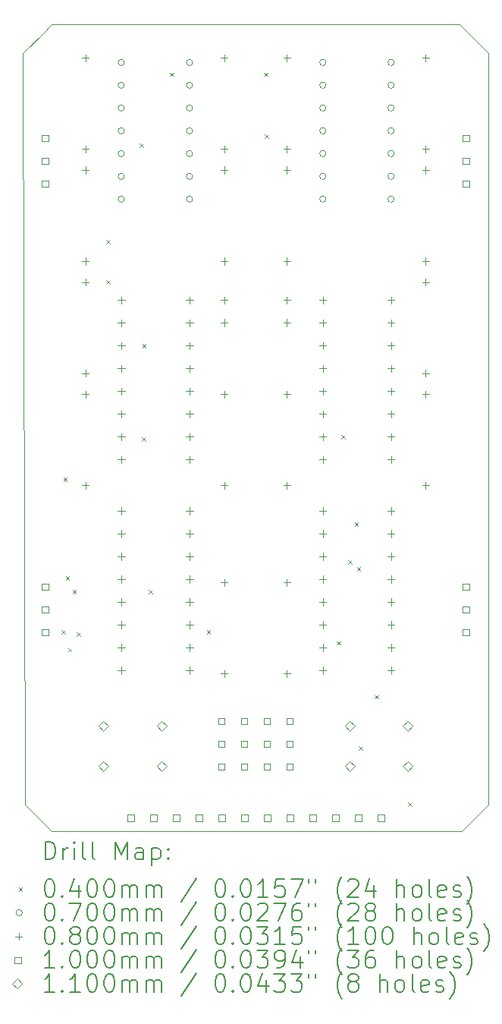
<source format=gbr>
%FSLAX45Y45*%
G04 Gerber Fmt 4.5, Leading zero omitted, Abs format (unit mm)*
G04 Created by KiCad (PCBNEW 6.0.1-79c1e3a40b~116~ubuntu21.04.1) date 2022-02-15 17:04:38*
%MOMM*%
%LPD*%
G01*
G04 APERTURE LIST*
%TA.AperFunction,Profile*%
%ADD10C,0.100000*%
%TD*%
%ADD11C,0.200000*%
%ADD12C,0.040000*%
%ADD13C,0.070000*%
%ADD14C,0.080000*%
%ADD15C,0.100000*%
%ADD16C,0.110000*%
G04 APERTURE END LIST*
D10*
X11900000Y-13425000D02*
X7325000Y-13425000D01*
X11875000Y-4425000D02*
X12200000Y-4750000D01*
X7250000Y-4500000D02*
X7300000Y-4450000D01*
X7325000Y-13425000D02*
X7050000Y-13150000D01*
X7325000Y-4425000D02*
X9600000Y-4425000D01*
X7025000Y-13125000D02*
X7000000Y-4750000D01*
X12200000Y-13125000D02*
X11900000Y-13425000D01*
X7300000Y-4450000D02*
X7325000Y-4425000D01*
X12200000Y-4750000D02*
X12200000Y-13125000D01*
X7000000Y-4750000D02*
X7250000Y-4500000D01*
X7050000Y-13150000D02*
X7025000Y-13125000D01*
X9600000Y-4425000D02*
X11875000Y-4425000D01*
D11*
D12*
X7430000Y-11180000D02*
X7470000Y-11220000D01*
X7470000Y-11180000D02*
X7430000Y-11220000D01*
X7455000Y-9480000D02*
X7495000Y-9520000D01*
X7495000Y-9480000D02*
X7455000Y-9520000D01*
X7480000Y-10580000D02*
X7520000Y-10620000D01*
X7520000Y-10580000D02*
X7480000Y-10620000D01*
X7505000Y-11380000D02*
X7545000Y-11420000D01*
X7545000Y-11380000D02*
X7505000Y-11420000D01*
X7555000Y-10730000D02*
X7595000Y-10770000D01*
X7595000Y-10730000D02*
X7555000Y-10770000D01*
X7605000Y-11205000D02*
X7645000Y-11245000D01*
X7645000Y-11205000D02*
X7605000Y-11245000D01*
X7930000Y-6830000D02*
X7970000Y-6870000D01*
X7970000Y-6830000D02*
X7930000Y-6870000D01*
X7930000Y-7280000D02*
X7970000Y-7320000D01*
X7970000Y-7280000D02*
X7930000Y-7320000D01*
X8305000Y-5755000D02*
X8345000Y-5795000D01*
X8345000Y-5755000D02*
X8305000Y-5795000D01*
X8330000Y-9030000D02*
X8370000Y-9070000D01*
X8370000Y-9030000D02*
X8330000Y-9070000D01*
X8334000Y-7988000D02*
X8374000Y-8028000D01*
X8374000Y-7988000D02*
X8334000Y-8028000D01*
X8405000Y-10730000D02*
X8445000Y-10770000D01*
X8445000Y-10730000D02*
X8405000Y-10770000D01*
X8646000Y-4964000D02*
X8686000Y-5004000D01*
X8686000Y-4964000D02*
X8646000Y-5004000D01*
X9055000Y-11180000D02*
X9095000Y-11220000D01*
X9095000Y-11180000D02*
X9055000Y-11220000D01*
X9696000Y-4964000D02*
X9736000Y-5004000D01*
X9736000Y-4964000D02*
X9696000Y-5004000D01*
X9705000Y-5655000D02*
X9745000Y-5695000D01*
X9745000Y-5655000D02*
X9705000Y-5695000D01*
X10505000Y-11305000D02*
X10545000Y-11345000D01*
X10545000Y-11305000D02*
X10505000Y-11345000D01*
X10560001Y-9005000D02*
X10600001Y-9045000D01*
X10600001Y-9005000D02*
X10560001Y-9045000D01*
X10632501Y-10405000D02*
X10672501Y-10445000D01*
X10672501Y-10405000D02*
X10632501Y-10445000D01*
X10705000Y-9980000D02*
X10745000Y-10020000D01*
X10745000Y-9980000D02*
X10705000Y-10020000D01*
X10730000Y-10480000D02*
X10770000Y-10520000D01*
X10770000Y-10480000D02*
X10730000Y-10520000D01*
X10755000Y-12480000D02*
X10795000Y-12520000D01*
X10795000Y-12480000D02*
X10755000Y-12520000D01*
X10930000Y-11905000D02*
X10970000Y-11945000D01*
X10970000Y-11905000D02*
X10930000Y-11945000D01*
X11305000Y-13105000D02*
X11345000Y-13145000D01*
X11345000Y-13105000D02*
X11305000Y-13145000D01*
D13*
X8135000Y-4850000D02*
G75*
G03*
X8135000Y-4850000I-35000J0D01*
G01*
X8135000Y-5104000D02*
G75*
G03*
X8135000Y-5104000I-35000J0D01*
G01*
X8135000Y-5358000D02*
G75*
G03*
X8135000Y-5358000I-35000J0D01*
G01*
X8135000Y-5612000D02*
G75*
G03*
X8135000Y-5612000I-35000J0D01*
G01*
X8135000Y-5866000D02*
G75*
G03*
X8135000Y-5866000I-35000J0D01*
G01*
X8135000Y-6120000D02*
G75*
G03*
X8135000Y-6120000I-35000J0D01*
G01*
X8135000Y-6374000D02*
G75*
G03*
X8135000Y-6374000I-35000J0D01*
G01*
X8897000Y-4850000D02*
G75*
G03*
X8897000Y-4850000I-35000J0D01*
G01*
X8897000Y-5104000D02*
G75*
G03*
X8897000Y-5104000I-35000J0D01*
G01*
X8897000Y-5358000D02*
G75*
G03*
X8897000Y-5358000I-35000J0D01*
G01*
X8897000Y-5612000D02*
G75*
G03*
X8897000Y-5612000I-35000J0D01*
G01*
X8897000Y-5866000D02*
G75*
G03*
X8897000Y-5866000I-35000J0D01*
G01*
X8897000Y-6120000D02*
G75*
G03*
X8897000Y-6120000I-35000J0D01*
G01*
X8897000Y-6374000D02*
G75*
G03*
X8897000Y-6374000I-35000J0D01*
G01*
X10385000Y-4850000D02*
G75*
G03*
X10385000Y-4850000I-35000J0D01*
G01*
X10385000Y-5104000D02*
G75*
G03*
X10385000Y-5104000I-35000J0D01*
G01*
X10385000Y-5358000D02*
G75*
G03*
X10385000Y-5358000I-35000J0D01*
G01*
X10385000Y-5612000D02*
G75*
G03*
X10385000Y-5612000I-35000J0D01*
G01*
X10385000Y-5866000D02*
G75*
G03*
X10385000Y-5866000I-35000J0D01*
G01*
X10385000Y-6120000D02*
G75*
G03*
X10385000Y-6120000I-35000J0D01*
G01*
X10385000Y-6374000D02*
G75*
G03*
X10385000Y-6374000I-35000J0D01*
G01*
X11147000Y-4850000D02*
G75*
G03*
X11147000Y-4850000I-35000J0D01*
G01*
X11147000Y-5104000D02*
G75*
G03*
X11147000Y-5104000I-35000J0D01*
G01*
X11147000Y-5358000D02*
G75*
G03*
X11147000Y-5358000I-35000J0D01*
G01*
X11147000Y-5612000D02*
G75*
G03*
X11147000Y-5612000I-35000J0D01*
G01*
X11147000Y-5866000D02*
G75*
G03*
X11147000Y-5866000I-35000J0D01*
G01*
X11147000Y-6120000D02*
G75*
G03*
X11147000Y-6120000I-35000J0D01*
G01*
X11147000Y-6374000D02*
G75*
G03*
X11147000Y-6374000I-35000J0D01*
G01*
D14*
X7700000Y-4760000D02*
X7700000Y-4840000D01*
X7660000Y-4800000D02*
X7740000Y-4800000D01*
X7700000Y-5776000D02*
X7700000Y-5856000D01*
X7660000Y-5816000D02*
X7740000Y-5816000D01*
X7700000Y-6010000D02*
X7700000Y-6090000D01*
X7660000Y-6050000D02*
X7740000Y-6050000D01*
X7700000Y-7026000D02*
X7700000Y-7106000D01*
X7660000Y-7066000D02*
X7740000Y-7066000D01*
X7700000Y-7260000D02*
X7700000Y-7340000D01*
X7660000Y-7300000D02*
X7740000Y-7300000D01*
X7700000Y-8276000D02*
X7700000Y-8356000D01*
X7660000Y-8316000D02*
X7740000Y-8316000D01*
X7700000Y-8510000D02*
X7700000Y-8590000D01*
X7660000Y-8550000D02*
X7740000Y-8550000D01*
X7700000Y-9526000D02*
X7700000Y-9606000D01*
X7660000Y-9566000D02*
X7740000Y-9566000D01*
X8100000Y-7460000D02*
X8100000Y-7540000D01*
X8060000Y-7500000D02*
X8140000Y-7500000D01*
X8100000Y-7714000D02*
X8100000Y-7794000D01*
X8060000Y-7754000D02*
X8140000Y-7754000D01*
X8100000Y-7968000D02*
X8100000Y-8048000D01*
X8060000Y-8008000D02*
X8140000Y-8008000D01*
X8100000Y-8222000D02*
X8100000Y-8302000D01*
X8060000Y-8262000D02*
X8140000Y-8262000D01*
X8100000Y-8476000D02*
X8100000Y-8556000D01*
X8060000Y-8516000D02*
X8140000Y-8516000D01*
X8100000Y-8730000D02*
X8100000Y-8810000D01*
X8060000Y-8770000D02*
X8140000Y-8770000D01*
X8100000Y-8984000D02*
X8100000Y-9064000D01*
X8060000Y-9024000D02*
X8140000Y-9024000D01*
X8100000Y-9238000D02*
X8100000Y-9318000D01*
X8060000Y-9278000D02*
X8140000Y-9278000D01*
X8100000Y-9810000D02*
X8100000Y-9890000D01*
X8060000Y-9850000D02*
X8140000Y-9850000D01*
X8100000Y-10064000D02*
X8100000Y-10144000D01*
X8060000Y-10104000D02*
X8140000Y-10104000D01*
X8100000Y-10318000D02*
X8100000Y-10398000D01*
X8060000Y-10358000D02*
X8140000Y-10358000D01*
X8100000Y-10572000D02*
X8100000Y-10652000D01*
X8060000Y-10612000D02*
X8140000Y-10612000D01*
X8100000Y-10826000D02*
X8100000Y-10906000D01*
X8060000Y-10866000D02*
X8140000Y-10866000D01*
X8100000Y-11080000D02*
X8100000Y-11160000D01*
X8060000Y-11120000D02*
X8140000Y-11120000D01*
X8100000Y-11334000D02*
X8100000Y-11414000D01*
X8060000Y-11374000D02*
X8140000Y-11374000D01*
X8100000Y-11588000D02*
X8100000Y-11668000D01*
X8060000Y-11628000D02*
X8140000Y-11628000D01*
X8862000Y-7460000D02*
X8862000Y-7540000D01*
X8822000Y-7500000D02*
X8902000Y-7500000D01*
X8862000Y-7714000D02*
X8862000Y-7794000D01*
X8822000Y-7754000D02*
X8902000Y-7754000D01*
X8862000Y-7968000D02*
X8862000Y-8048000D01*
X8822000Y-8008000D02*
X8902000Y-8008000D01*
X8862000Y-8222000D02*
X8862000Y-8302000D01*
X8822000Y-8262000D02*
X8902000Y-8262000D01*
X8862000Y-8476000D02*
X8862000Y-8556000D01*
X8822000Y-8516000D02*
X8902000Y-8516000D01*
X8862000Y-8730000D02*
X8862000Y-8810000D01*
X8822000Y-8770000D02*
X8902000Y-8770000D01*
X8862000Y-8984000D02*
X8862000Y-9064000D01*
X8822000Y-9024000D02*
X8902000Y-9024000D01*
X8862000Y-9238000D02*
X8862000Y-9318000D01*
X8822000Y-9278000D02*
X8902000Y-9278000D01*
X8862000Y-9810000D02*
X8862000Y-9890000D01*
X8822000Y-9850000D02*
X8902000Y-9850000D01*
X8862000Y-10064000D02*
X8862000Y-10144000D01*
X8822000Y-10104000D02*
X8902000Y-10104000D01*
X8862000Y-10318000D02*
X8862000Y-10398000D01*
X8822000Y-10358000D02*
X8902000Y-10358000D01*
X8862000Y-10572000D02*
X8862000Y-10652000D01*
X8822000Y-10612000D02*
X8902000Y-10612000D01*
X8862000Y-10826000D02*
X8862000Y-10906000D01*
X8822000Y-10866000D02*
X8902000Y-10866000D01*
X8862000Y-11080000D02*
X8862000Y-11160000D01*
X8822000Y-11120000D02*
X8902000Y-11120000D01*
X8862000Y-11334000D02*
X8862000Y-11414000D01*
X8822000Y-11374000D02*
X8902000Y-11374000D01*
X8862000Y-11588000D02*
X8862000Y-11668000D01*
X8822000Y-11628000D02*
X8902000Y-11628000D01*
X9250000Y-4760000D02*
X9250000Y-4840000D01*
X9210000Y-4800000D02*
X9290000Y-4800000D01*
X9250000Y-5776000D02*
X9250000Y-5856000D01*
X9210000Y-5816000D02*
X9290000Y-5816000D01*
X9250000Y-6010000D02*
X9250000Y-6090000D01*
X9210000Y-6050000D02*
X9290000Y-6050000D01*
X9250000Y-7026000D02*
X9250000Y-7106000D01*
X9210000Y-7066000D02*
X9290000Y-7066000D01*
X9250000Y-7460000D02*
X9250000Y-7540000D01*
X9210000Y-7500000D02*
X9290000Y-7500000D01*
X9250000Y-7710000D02*
X9250000Y-7790000D01*
X9210000Y-7750000D02*
X9290000Y-7750000D01*
X9250000Y-8510000D02*
X9250000Y-8590000D01*
X9210000Y-8550000D02*
X9290000Y-8550000D01*
X9250000Y-9526000D02*
X9250000Y-9606000D01*
X9210000Y-9566000D02*
X9290000Y-9566000D01*
X9250000Y-10610000D02*
X9250000Y-10690000D01*
X9210000Y-10650000D02*
X9290000Y-10650000D01*
X9250000Y-11626000D02*
X9250000Y-11706000D01*
X9210000Y-11666000D02*
X9290000Y-11666000D01*
X9950000Y-4760000D02*
X9950000Y-4840000D01*
X9910000Y-4800000D02*
X9990000Y-4800000D01*
X9950000Y-5776000D02*
X9950000Y-5856000D01*
X9910000Y-5816000D02*
X9990000Y-5816000D01*
X9950000Y-6010000D02*
X9950000Y-6090000D01*
X9910000Y-6050000D02*
X9990000Y-6050000D01*
X9950000Y-7026000D02*
X9950000Y-7106000D01*
X9910000Y-7066000D02*
X9990000Y-7066000D01*
X9950000Y-7460000D02*
X9950000Y-7540000D01*
X9910000Y-7500000D02*
X9990000Y-7500000D01*
X9950000Y-7710000D02*
X9950000Y-7790000D01*
X9910000Y-7750000D02*
X9990000Y-7750000D01*
X9950000Y-8510000D02*
X9950000Y-8590000D01*
X9910000Y-8550000D02*
X9990000Y-8550000D01*
X9950000Y-9526000D02*
X9950000Y-9606000D01*
X9910000Y-9566000D02*
X9990000Y-9566000D01*
X9950000Y-10610000D02*
X9950000Y-10690000D01*
X9910000Y-10650000D02*
X9990000Y-10650000D01*
X9950000Y-11626000D02*
X9950000Y-11706000D01*
X9910000Y-11666000D02*
X9990000Y-11666000D01*
X10350000Y-7460000D02*
X10350000Y-7540000D01*
X10310000Y-7500000D02*
X10390000Y-7500000D01*
X10350000Y-7714000D02*
X10350000Y-7794000D01*
X10310000Y-7754000D02*
X10390000Y-7754000D01*
X10350000Y-7968000D02*
X10350000Y-8048000D01*
X10310000Y-8008000D02*
X10390000Y-8008000D01*
X10350000Y-8222000D02*
X10350000Y-8302000D01*
X10310000Y-8262000D02*
X10390000Y-8262000D01*
X10350000Y-8476000D02*
X10350000Y-8556000D01*
X10310000Y-8516000D02*
X10390000Y-8516000D01*
X10350000Y-8730000D02*
X10350000Y-8810000D01*
X10310000Y-8770000D02*
X10390000Y-8770000D01*
X10350000Y-8984000D02*
X10350000Y-9064000D01*
X10310000Y-9024000D02*
X10390000Y-9024000D01*
X10350000Y-9238000D02*
X10350000Y-9318000D01*
X10310000Y-9278000D02*
X10390000Y-9278000D01*
X10350000Y-9810000D02*
X10350000Y-9890000D01*
X10310000Y-9850000D02*
X10390000Y-9850000D01*
X10350000Y-10064000D02*
X10350000Y-10144000D01*
X10310000Y-10104000D02*
X10390000Y-10104000D01*
X10350000Y-10318000D02*
X10350000Y-10398000D01*
X10310000Y-10358000D02*
X10390000Y-10358000D01*
X10350000Y-10572000D02*
X10350000Y-10652000D01*
X10310000Y-10612000D02*
X10390000Y-10612000D01*
X10350000Y-10826000D02*
X10350000Y-10906000D01*
X10310000Y-10866000D02*
X10390000Y-10866000D01*
X10350000Y-11080000D02*
X10350000Y-11160000D01*
X10310000Y-11120000D02*
X10390000Y-11120000D01*
X10350000Y-11334000D02*
X10350000Y-11414000D01*
X10310000Y-11374000D02*
X10390000Y-11374000D01*
X10350000Y-11588000D02*
X10350000Y-11668000D01*
X10310000Y-11628000D02*
X10390000Y-11628000D01*
X11112000Y-7460000D02*
X11112000Y-7540000D01*
X11072000Y-7500000D02*
X11152000Y-7500000D01*
X11112000Y-7714000D02*
X11112000Y-7794000D01*
X11072000Y-7754000D02*
X11152000Y-7754000D01*
X11112000Y-7968000D02*
X11112000Y-8048000D01*
X11072000Y-8008000D02*
X11152000Y-8008000D01*
X11112000Y-8222000D02*
X11112000Y-8302000D01*
X11072000Y-8262000D02*
X11152000Y-8262000D01*
X11112000Y-8476000D02*
X11112000Y-8556000D01*
X11072000Y-8516000D02*
X11152000Y-8516000D01*
X11112000Y-8730000D02*
X11112000Y-8810000D01*
X11072000Y-8770000D02*
X11152000Y-8770000D01*
X11112000Y-8984000D02*
X11112000Y-9064000D01*
X11072000Y-9024000D02*
X11152000Y-9024000D01*
X11112000Y-9238000D02*
X11112000Y-9318000D01*
X11072000Y-9278000D02*
X11152000Y-9278000D01*
X11112000Y-9810000D02*
X11112000Y-9890000D01*
X11072000Y-9850000D02*
X11152000Y-9850000D01*
X11112000Y-10064000D02*
X11112000Y-10144000D01*
X11072000Y-10104000D02*
X11152000Y-10104000D01*
X11112000Y-10318000D02*
X11112000Y-10398000D01*
X11072000Y-10358000D02*
X11152000Y-10358000D01*
X11112000Y-10572000D02*
X11112000Y-10652000D01*
X11072000Y-10612000D02*
X11152000Y-10612000D01*
X11112000Y-10826000D02*
X11112000Y-10906000D01*
X11072000Y-10866000D02*
X11152000Y-10866000D01*
X11112000Y-11080000D02*
X11112000Y-11160000D01*
X11072000Y-11120000D02*
X11152000Y-11120000D01*
X11112000Y-11334000D02*
X11112000Y-11414000D01*
X11072000Y-11374000D02*
X11152000Y-11374000D01*
X11112000Y-11588000D02*
X11112000Y-11668000D01*
X11072000Y-11628000D02*
X11152000Y-11628000D01*
X11500000Y-4760000D02*
X11500000Y-4840000D01*
X11460000Y-4800000D02*
X11540000Y-4800000D01*
X11500000Y-5776000D02*
X11500000Y-5856000D01*
X11460000Y-5816000D02*
X11540000Y-5816000D01*
X11500000Y-6010000D02*
X11500000Y-6090000D01*
X11460000Y-6050000D02*
X11540000Y-6050000D01*
X11500000Y-7026000D02*
X11500000Y-7106000D01*
X11460000Y-7066000D02*
X11540000Y-7066000D01*
X11500000Y-7260000D02*
X11500000Y-7340000D01*
X11460000Y-7300000D02*
X11540000Y-7300000D01*
X11500000Y-8276000D02*
X11500000Y-8356000D01*
X11460000Y-8316000D02*
X11540000Y-8316000D01*
X11500000Y-8510000D02*
X11500000Y-8590000D01*
X11460000Y-8550000D02*
X11540000Y-8550000D01*
X11500000Y-9526000D02*
X11500000Y-9606000D01*
X11460000Y-9566000D02*
X11540000Y-9566000D01*
D15*
X7285356Y-5731356D02*
X7285356Y-5660644D01*
X7214644Y-5660644D01*
X7214644Y-5731356D01*
X7285356Y-5731356D01*
X7285356Y-5985356D02*
X7285356Y-5914644D01*
X7214644Y-5914644D01*
X7214644Y-5985356D01*
X7285356Y-5985356D01*
X7285356Y-6239356D02*
X7285356Y-6168644D01*
X7214644Y-6168644D01*
X7214644Y-6239356D01*
X7285356Y-6239356D01*
X7285356Y-10731356D02*
X7285356Y-10660644D01*
X7214644Y-10660644D01*
X7214644Y-10731356D01*
X7285356Y-10731356D01*
X7285356Y-10985356D02*
X7285356Y-10914644D01*
X7214644Y-10914644D01*
X7214644Y-10985356D01*
X7285356Y-10985356D01*
X7285356Y-11239356D02*
X7285356Y-11168644D01*
X7214644Y-11168644D01*
X7214644Y-11239356D01*
X7285356Y-11239356D01*
X8241156Y-13310356D02*
X8241156Y-13239644D01*
X8170444Y-13239644D01*
X8170444Y-13310356D01*
X8241156Y-13310356D01*
X8495156Y-13310356D02*
X8495156Y-13239644D01*
X8424444Y-13239644D01*
X8424444Y-13310356D01*
X8495156Y-13310356D01*
X8749156Y-13310356D02*
X8749156Y-13239644D01*
X8678444Y-13239644D01*
X8678444Y-13310356D01*
X8749156Y-13310356D01*
X9003156Y-13310356D02*
X9003156Y-13239644D01*
X8932444Y-13239644D01*
X8932444Y-13310356D01*
X9003156Y-13310356D01*
X9255656Y-12233356D02*
X9255656Y-12162644D01*
X9184944Y-12162644D01*
X9184944Y-12233356D01*
X9255656Y-12233356D01*
X9255656Y-12487356D02*
X9255656Y-12416644D01*
X9184944Y-12416644D01*
X9184944Y-12487356D01*
X9255656Y-12487356D01*
X9255656Y-12741356D02*
X9255656Y-12670644D01*
X9184944Y-12670644D01*
X9184944Y-12741356D01*
X9255656Y-12741356D01*
X9257156Y-13310356D02*
X9257156Y-13239644D01*
X9186444Y-13239644D01*
X9186444Y-13310356D01*
X9257156Y-13310356D01*
X9509656Y-12233356D02*
X9509656Y-12162644D01*
X9438944Y-12162644D01*
X9438944Y-12233356D01*
X9509656Y-12233356D01*
X9509656Y-12487356D02*
X9509656Y-12416644D01*
X9438944Y-12416644D01*
X9438944Y-12487356D01*
X9509656Y-12487356D01*
X9509656Y-12741356D02*
X9509656Y-12670644D01*
X9438944Y-12670644D01*
X9438944Y-12741356D01*
X9509656Y-12741356D01*
X9511156Y-13310356D02*
X9511156Y-13239644D01*
X9440444Y-13239644D01*
X9440444Y-13310356D01*
X9511156Y-13310356D01*
X9763656Y-12233356D02*
X9763656Y-12162644D01*
X9692944Y-12162644D01*
X9692944Y-12233356D01*
X9763656Y-12233356D01*
X9763656Y-12487356D02*
X9763656Y-12416644D01*
X9692944Y-12416644D01*
X9692944Y-12487356D01*
X9763656Y-12487356D01*
X9763656Y-12741356D02*
X9763656Y-12670644D01*
X9692944Y-12670644D01*
X9692944Y-12741356D01*
X9763656Y-12741356D01*
X9765156Y-13310356D02*
X9765156Y-13239644D01*
X9694444Y-13239644D01*
X9694444Y-13310356D01*
X9765156Y-13310356D01*
X10017656Y-12233356D02*
X10017656Y-12162644D01*
X9946944Y-12162644D01*
X9946944Y-12233356D01*
X10017656Y-12233356D01*
X10017656Y-12487356D02*
X10017656Y-12416644D01*
X9946944Y-12416644D01*
X9946944Y-12487356D01*
X10017656Y-12487356D01*
X10017656Y-12741356D02*
X10017656Y-12670644D01*
X9946944Y-12670644D01*
X9946944Y-12741356D01*
X10017656Y-12741356D01*
X10019156Y-13310356D02*
X10019156Y-13239644D01*
X9948444Y-13239644D01*
X9948444Y-13310356D01*
X10019156Y-13310356D01*
X10273156Y-13310356D02*
X10273156Y-13239644D01*
X10202444Y-13239644D01*
X10202444Y-13310356D01*
X10273156Y-13310356D01*
X10527156Y-13310356D02*
X10527156Y-13239644D01*
X10456444Y-13239644D01*
X10456444Y-13310356D01*
X10527156Y-13310356D01*
X10781156Y-13310356D02*
X10781156Y-13239644D01*
X10710444Y-13239644D01*
X10710444Y-13310356D01*
X10781156Y-13310356D01*
X11035156Y-13310356D02*
X11035156Y-13239644D01*
X10964444Y-13239644D01*
X10964444Y-13310356D01*
X11035156Y-13310356D01*
X11985356Y-5731356D02*
X11985356Y-5660644D01*
X11914644Y-5660644D01*
X11914644Y-5731356D01*
X11985356Y-5731356D01*
X11985356Y-5985356D02*
X11985356Y-5914644D01*
X11914644Y-5914644D01*
X11914644Y-5985356D01*
X11985356Y-5985356D01*
X11985356Y-6239356D02*
X11985356Y-6168644D01*
X11914644Y-6168644D01*
X11914644Y-6239356D01*
X11985356Y-6239356D01*
X11985356Y-10731356D02*
X11985356Y-10660644D01*
X11914644Y-10660644D01*
X11914644Y-10731356D01*
X11985356Y-10731356D01*
X11985356Y-10985356D02*
X11985356Y-10914644D01*
X11914644Y-10914644D01*
X11914644Y-10985356D01*
X11985356Y-10985356D01*
X11985356Y-11239356D02*
X11985356Y-11168644D01*
X11914644Y-11168644D01*
X11914644Y-11239356D01*
X11985356Y-11239356D01*
D16*
X7900000Y-12305000D02*
X7955000Y-12250000D01*
X7900000Y-12195000D01*
X7845000Y-12250000D01*
X7900000Y-12305000D01*
X7900000Y-12755000D02*
X7955000Y-12700000D01*
X7900000Y-12645000D01*
X7845000Y-12700000D01*
X7900000Y-12755000D01*
X8550000Y-12305000D02*
X8605000Y-12250000D01*
X8550000Y-12195000D01*
X8495000Y-12250000D01*
X8550000Y-12305000D01*
X8550000Y-12755000D02*
X8605000Y-12700000D01*
X8550000Y-12645000D01*
X8495000Y-12700000D01*
X8550000Y-12755000D01*
X10650000Y-12305000D02*
X10705000Y-12250000D01*
X10650000Y-12195000D01*
X10595000Y-12250000D01*
X10650000Y-12305000D01*
X10650000Y-12755000D02*
X10705000Y-12700000D01*
X10650000Y-12645000D01*
X10595000Y-12700000D01*
X10650000Y-12755000D01*
X11300000Y-12305000D02*
X11355000Y-12250000D01*
X11300000Y-12195000D01*
X11245000Y-12250000D01*
X11300000Y-12305000D01*
X11300000Y-12755000D02*
X11355000Y-12700000D01*
X11300000Y-12645000D01*
X11245000Y-12700000D01*
X11300000Y-12755000D01*
D11*
X7252619Y-13740476D02*
X7252619Y-13540476D01*
X7300238Y-13540476D01*
X7328809Y-13550000D01*
X7347857Y-13569048D01*
X7357381Y-13588095D01*
X7366905Y-13626190D01*
X7366905Y-13654762D01*
X7357381Y-13692857D01*
X7347857Y-13711905D01*
X7328809Y-13730952D01*
X7300238Y-13740476D01*
X7252619Y-13740476D01*
X7452619Y-13740476D02*
X7452619Y-13607143D01*
X7452619Y-13645238D02*
X7462143Y-13626190D01*
X7471667Y-13616667D01*
X7490714Y-13607143D01*
X7509762Y-13607143D01*
X7576428Y-13740476D02*
X7576428Y-13607143D01*
X7576428Y-13540476D02*
X7566905Y-13550000D01*
X7576428Y-13559524D01*
X7585952Y-13550000D01*
X7576428Y-13540476D01*
X7576428Y-13559524D01*
X7700238Y-13740476D02*
X7681190Y-13730952D01*
X7671667Y-13711905D01*
X7671667Y-13540476D01*
X7805000Y-13740476D02*
X7785952Y-13730952D01*
X7776428Y-13711905D01*
X7776428Y-13540476D01*
X8033571Y-13740476D02*
X8033571Y-13540476D01*
X8100238Y-13683333D01*
X8166905Y-13540476D01*
X8166905Y-13740476D01*
X8347857Y-13740476D02*
X8347857Y-13635714D01*
X8338333Y-13616667D01*
X8319286Y-13607143D01*
X8281190Y-13607143D01*
X8262143Y-13616667D01*
X8347857Y-13730952D02*
X8328809Y-13740476D01*
X8281190Y-13740476D01*
X8262143Y-13730952D01*
X8252619Y-13711905D01*
X8252619Y-13692857D01*
X8262143Y-13673809D01*
X8281190Y-13664286D01*
X8328809Y-13664286D01*
X8347857Y-13654762D01*
X8443095Y-13607143D02*
X8443095Y-13807143D01*
X8443095Y-13616667D02*
X8462143Y-13607143D01*
X8500238Y-13607143D01*
X8519286Y-13616667D01*
X8528810Y-13626190D01*
X8538333Y-13645238D01*
X8538333Y-13702381D01*
X8528810Y-13721428D01*
X8519286Y-13730952D01*
X8500238Y-13740476D01*
X8462143Y-13740476D01*
X8443095Y-13730952D01*
X8624048Y-13721428D02*
X8633571Y-13730952D01*
X8624048Y-13740476D01*
X8614524Y-13730952D01*
X8624048Y-13721428D01*
X8624048Y-13740476D01*
X8624048Y-13616667D02*
X8633571Y-13626190D01*
X8624048Y-13635714D01*
X8614524Y-13626190D01*
X8624048Y-13616667D01*
X8624048Y-13635714D01*
D12*
X6955000Y-14050000D02*
X6995000Y-14090000D01*
X6995000Y-14050000D02*
X6955000Y-14090000D01*
D11*
X7290714Y-13960476D02*
X7309762Y-13960476D01*
X7328809Y-13970000D01*
X7338333Y-13979524D01*
X7347857Y-13998571D01*
X7357381Y-14036667D01*
X7357381Y-14084286D01*
X7347857Y-14122381D01*
X7338333Y-14141428D01*
X7328809Y-14150952D01*
X7309762Y-14160476D01*
X7290714Y-14160476D01*
X7271667Y-14150952D01*
X7262143Y-14141428D01*
X7252619Y-14122381D01*
X7243095Y-14084286D01*
X7243095Y-14036667D01*
X7252619Y-13998571D01*
X7262143Y-13979524D01*
X7271667Y-13970000D01*
X7290714Y-13960476D01*
X7443095Y-14141428D02*
X7452619Y-14150952D01*
X7443095Y-14160476D01*
X7433571Y-14150952D01*
X7443095Y-14141428D01*
X7443095Y-14160476D01*
X7624048Y-14027143D02*
X7624048Y-14160476D01*
X7576428Y-13950952D02*
X7528809Y-14093809D01*
X7652619Y-14093809D01*
X7766905Y-13960476D02*
X7785952Y-13960476D01*
X7805000Y-13970000D01*
X7814524Y-13979524D01*
X7824048Y-13998571D01*
X7833571Y-14036667D01*
X7833571Y-14084286D01*
X7824048Y-14122381D01*
X7814524Y-14141428D01*
X7805000Y-14150952D01*
X7785952Y-14160476D01*
X7766905Y-14160476D01*
X7747857Y-14150952D01*
X7738333Y-14141428D01*
X7728809Y-14122381D01*
X7719286Y-14084286D01*
X7719286Y-14036667D01*
X7728809Y-13998571D01*
X7738333Y-13979524D01*
X7747857Y-13970000D01*
X7766905Y-13960476D01*
X7957381Y-13960476D02*
X7976428Y-13960476D01*
X7995476Y-13970000D01*
X8005000Y-13979524D01*
X8014524Y-13998571D01*
X8024048Y-14036667D01*
X8024048Y-14084286D01*
X8014524Y-14122381D01*
X8005000Y-14141428D01*
X7995476Y-14150952D01*
X7976428Y-14160476D01*
X7957381Y-14160476D01*
X7938333Y-14150952D01*
X7928809Y-14141428D01*
X7919286Y-14122381D01*
X7909762Y-14084286D01*
X7909762Y-14036667D01*
X7919286Y-13998571D01*
X7928809Y-13979524D01*
X7938333Y-13970000D01*
X7957381Y-13960476D01*
X8109762Y-14160476D02*
X8109762Y-14027143D01*
X8109762Y-14046190D02*
X8119286Y-14036667D01*
X8138333Y-14027143D01*
X8166905Y-14027143D01*
X8185952Y-14036667D01*
X8195476Y-14055714D01*
X8195476Y-14160476D01*
X8195476Y-14055714D02*
X8205000Y-14036667D01*
X8224048Y-14027143D01*
X8252619Y-14027143D01*
X8271667Y-14036667D01*
X8281190Y-14055714D01*
X8281190Y-14160476D01*
X8376428Y-14160476D02*
X8376428Y-14027143D01*
X8376428Y-14046190D02*
X8385952Y-14036667D01*
X8405000Y-14027143D01*
X8433571Y-14027143D01*
X8452619Y-14036667D01*
X8462143Y-14055714D01*
X8462143Y-14160476D01*
X8462143Y-14055714D02*
X8471667Y-14036667D01*
X8490714Y-14027143D01*
X8519286Y-14027143D01*
X8538333Y-14036667D01*
X8547857Y-14055714D01*
X8547857Y-14160476D01*
X8938333Y-13950952D02*
X8766905Y-14208095D01*
X9195476Y-13960476D02*
X9214524Y-13960476D01*
X9233571Y-13970000D01*
X9243095Y-13979524D01*
X9252619Y-13998571D01*
X9262143Y-14036667D01*
X9262143Y-14084286D01*
X9252619Y-14122381D01*
X9243095Y-14141428D01*
X9233571Y-14150952D01*
X9214524Y-14160476D01*
X9195476Y-14160476D01*
X9176429Y-14150952D01*
X9166905Y-14141428D01*
X9157381Y-14122381D01*
X9147857Y-14084286D01*
X9147857Y-14036667D01*
X9157381Y-13998571D01*
X9166905Y-13979524D01*
X9176429Y-13970000D01*
X9195476Y-13960476D01*
X9347857Y-14141428D02*
X9357381Y-14150952D01*
X9347857Y-14160476D01*
X9338333Y-14150952D01*
X9347857Y-14141428D01*
X9347857Y-14160476D01*
X9481190Y-13960476D02*
X9500238Y-13960476D01*
X9519286Y-13970000D01*
X9528810Y-13979524D01*
X9538333Y-13998571D01*
X9547857Y-14036667D01*
X9547857Y-14084286D01*
X9538333Y-14122381D01*
X9528810Y-14141428D01*
X9519286Y-14150952D01*
X9500238Y-14160476D01*
X9481190Y-14160476D01*
X9462143Y-14150952D01*
X9452619Y-14141428D01*
X9443095Y-14122381D01*
X9433571Y-14084286D01*
X9433571Y-14036667D01*
X9443095Y-13998571D01*
X9452619Y-13979524D01*
X9462143Y-13970000D01*
X9481190Y-13960476D01*
X9738333Y-14160476D02*
X9624048Y-14160476D01*
X9681190Y-14160476D02*
X9681190Y-13960476D01*
X9662143Y-13989048D01*
X9643095Y-14008095D01*
X9624048Y-14017619D01*
X9919286Y-13960476D02*
X9824048Y-13960476D01*
X9814524Y-14055714D01*
X9824048Y-14046190D01*
X9843095Y-14036667D01*
X9890714Y-14036667D01*
X9909762Y-14046190D01*
X9919286Y-14055714D01*
X9928810Y-14074762D01*
X9928810Y-14122381D01*
X9919286Y-14141428D01*
X9909762Y-14150952D01*
X9890714Y-14160476D01*
X9843095Y-14160476D01*
X9824048Y-14150952D01*
X9814524Y-14141428D01*
X9995476Y-13960476D02*
X10128810Y-13960476D01*
X10043095Y-14160476D01*
X10195476Y-13960476D02*
X10195476Y-13998571D01*
X10271667Y-13960476D02*
X10271667Y-13998571D01*
X10566905Y-14236667D02*
X10557381Y-14227143D01*
X10538333Y-14198571D01*
X10528810Y-14179524D01*
X10519286Y-14150952D01*
X10509762Y-14103333D01*
X10509762Y-14065238D01*
X10519286Y-14017619D01*
X10528810Y-13989048D01*
X10538333Y-13970000D01*
X10557381Y-13941428D01*
X10566905Y-13931905D01*
X10633571Y-13979524D02*
X10643095Y-13970000D01*
X10662143Y-13960476D01*
X10709762Y-13960476D01*
X10728810Y-13970000D01*
X10738333Y-13979524D01*
X10747857Y-13998571D01*
X10747857Y-14017619D01*
X10738333Y-14046190D01*
X10624048Y-14160476D01*
X10747857Y-14160476D01*
X10919286Y-14027143D02*
X10919286Y-14160476D01*
X10871667Y-13950952D02*
X10824048Y-14093809D01*
X10947857Y-14093809D01*
X11176429Y-14160476D02*
X11176429Y-13960476D01*
X11262143Y-14160476D02*
X11262143Y-14055714D01*
X11252619Y-14036667D01*
X11233571Y-14027143D01*
X11205000Y-14027143D01*
X11185952Y-14036667D01*
X11176429Y-14046190D01*
X11385952Y-14160476D02*
X11366905Y-14150952D01*
X11357381Y-14141428D01*
X11347857Y-14122381D01*
X11347857Y-14065238D01*
X11357381Y-14046190D01*
X11366905Y-14036667D01*
X11385952Y-14027143D01*
X11414524Y-14027143D01*
X11433571Y-14036667D01*
X11443095Y-14046190D01*
X11452619Y-14065238D01*
X11452619Y-14122381D01*
X11443095Y-14141428D01*
X11433571Y-14150952D01*
X11414524Y-14160476D01*
X11385952Y-14160476D01*
X11566905Y-14160476D02*
X11547857Y-14150952D01*
X11538333Y-14131905D01*
X11538333Y-13960476D01*
X11719286Y-14150952D02*
X11700238Y-14160476D01*
X11662143Y-14160476D01*
X11643095Y-14150952D01*
X11633571Y-14131905D01*
X11633571Y-14055714D01*
X11643095Y-14036667D01*
X11662143Y-14027143D01*
X11700238Y-14027143D01*
X11719286Y-14036667D01*
X11728809Y-14055714D01*
X11728809Y-14074762D01*
X11633571Y-14093809D01*
X11805000Y-14150952D02*
X11824048Y-14160476D01*
X11862143Y-14160476D01*
X11881190Y-14150952D01*
X11890714Y-14131905D01*
X11890714Y-14122381D01*
X11881190Y-14103333D01*
X11862143Y-14093809D01*
X11833571Y-14093809D01*
X11814524Y-14084286D01*
X11805000Y-14065238D01*
X11805000Y-14055714D01*
X11814524Y-14036667D01*
X11833571Y-14027143D01*
X11862143Y-14027143D01*
X11881190Y-14036667D01*
X11957381Y-14236667D02*
X11966905Y-14227143D01*
X11985952Y-14198571D01*
X11995476Y-14179524D01*
X12005000Y-14150952D01*
X12014524Y-14103333D01*
X12014524Y-14065238D01*
X12005000Y-14017619D01*
X11995476Y-13989048D01*
X11985952Y-13970000D01*
X11966905Y-13941428D01*
X11957381Y-13931905D01*
D13*
X6995000Y-14334000D02*
G75*
G03*
X6995000Y-14334000I-35000J0D01*
G01*
D11*
X7290714Y-14224476D02*
X7309762Y-14224476D01*
X7328809Y-14234000D01*
X7338333Y-14243524D01*
X7347857Y-14262571D01*
X7357381Y-14300667D01*
X7357381Y-14348286D01*
X7347857Y-14386381D01*
X7338333Y-14405428D01*
X7328809Y-14414952D01*
X7309762Y-14424476D01*
X7290714Y-14424476D01*
X7271667Y-14414952D01*
X7262143Y-14405428D01*
X7252619Y-14386381D01*
X7243095Y-14348286D01*
X7243095Y-14300667D01*
X7252619Y-14262571D01*
X7262143Y-14243524D01*
X7271667Y-14234000D01*
X7290714Y-14224476D01*
X7443095Y-14405428D02*
X7452619Y-14414952D01*
X7443095Y-14424476D01*
X7433571Y-14414952D01*
X7443095Y-14405428D01*
X7443095Y-14424476D01*
X7519286Y-14224476D02*
X7652619Y-14224476D01*
X7566905Y-14424476D01*
X7766905Y-14224476D02*
X7785952Y-14224476D01*
X7805000Y-14234000D01*
X7814524Y-14243524D01*
X7824048Y-14262571D01*
X7833571Y-14300667D01*
X7833571Y-14348286D01*
X7824048Y-14386381D01*
X7814524Y-14405428D01*
X7805000Y-14414952D01*
X7785952Y-14424476D01*
X7766905Y-14424476D01*
X7747857Y-14414952D01*
X7738333Y-14405428D01*
X7728809Y-14386381D01*
X7719286Y-14348286D01*
X7719286Y-14300667D01*
X7728809Y-14262571D01*
X7738333Y-14243524D01*
X7747857Y-14234000D01*
X7766905Y-14224476D01*
X7957381Y-14224476D02*
X7976428Y-14224476D01*
X7995476Y-14234000D01*
X8005000Y-14243524D01*
X8014524Y-14262571D01*
X8024048Y-14300667D01*
X8024048Y-14348286D01*
X8014524Y-14386381D01*
X8005000Y-14405428D01*
X7995476Y-14414952D01*
X7976428Y-14424476D01*
X7957381Y-14424476D01*
X7938333Y-14414952D01*
X7928809Y-14405428D01*
X7919286Y-14386381D01*
X7909762Y-14348286D01*
X7909762Y-14300667D01*
X7919286Y-14262571D01*
X7928809Y-14243524D01*
X7938333Y-14234000D01*
X7957381Y-14224476D01*
X8109762Y-14424476D02*
X8109762Y-14291143D01*
X8109762Y-14310190D02*
X8119286Y-14300667D01*
X8138333Y-14291143D01*
X8166905Y-14291143D01*
X8185952Y-14300667D01*
X8195476Y-14319714D01*
X8195476Y-14424476D01*
X8195476Y-14319714D02*
X8205000Y-14300667D01*
X8224048Y-14291143D01*
X8252619Y-14291143D01*
X8271667Y-14300667D01*
X8281190Y-14319714D01*
X8281190Y-14424476D01*
X8376428Y-14424476D02*
X8376428Y-14291143D01*
X8376428Y-14310190D02*
X8385952Y-14300667D01*
X8405000Y-14291143D01*
X8433571Y-14291143D01*
X8452619Y-14300667D01*
X8462143Y-14319714D01*
X8462143Y-14424476D01*
X8462143Y-14319714D02*
X8471667Y-14300667D01*
X8490714Y-14291143D01*
X8519286Y-14291143D01*
X8538333Y-14300667D01*
X8547857Y-14319714D01*
X8547857Y-14424476D01*
X8938333Y-14214952D02*
X8766905Y-14472095D01*
X9195476Y-14224476D02*
X9214524Y-14224476D01*
X9233571Y-14234000D01*
X9243095Y-14243524D01*
X9252619Y-14262571D01*
X9262143Y-14300667D01*
X9262143Y-14348286D01*
X9252619Y-14386381D01*
X9243095Y-14405428D01*
X9233571Y-14414952D01*
X9214524Y-14424476D01*
X9195476Y-14424476D01*
X9176429Y-14414952D01*
X9166905Y-14405428D01*
X9157381Y-14386381D01*
X9147857Y-14348286D01*
X9147857Y-14300667D01*
X9157381Y-14262571D01*
X9166905Y-14243524D01*
X9176429Y-14234000D01*
X9195476Y-14224476D01*
X9347857Y-14405428D02*
X9357381Y-14414952D01*
X9347857Y-14424476D01*
X9338333Y-14414952D01*
X9347857Y-14405428D01*
X9347857Y-14424476D01*
X9481190Y-14224476D02*
X9500238Y-14224476D01*
X9519286Y-14234000D01*
X9528810Y-14243524D01*
X9538333Y-14262571D01*
X9547857Y-14300667D01*
X9547857Y-14348286D01*
X9538333Y-14386381D01*
X9528810Y-14405428D01*
X9519286Y-14414952D01*
X9500238Y-14424476D01*
X9481190Y-14424476D01*
X9462143Y-14414952D01*
X9452619Y-14405428D01*
X9443095Y-14386381D01*
X9433571Y-14348286D01*
X9433571Y-14300667D01*
X9443095Y-14262571D01*
X9452619Y-14243524D01*
X9462143Y-14234000D01*
X9481190Y-14224476D01*
X9624048Y-14243524D02*
X9633571Y-14234000D01*
X9652619Y-14224476D01*
X9700238Y-14224476D01*
X9719286Y-14234000D01*
X9728810Y-14243524D01*
X9738333Y-14262571D01*
X9738333Y-14281619D01*
X9728810Y-14310190D01*
X9614524Y-14424476D01*
X9738333Y-14424476D01*
X9805000Y-14224476D02*
X9938333Y-14224476D01*
X9852619Y-14424476D01*
X10100238Y-14224476D02*
X10062143Y-14224476D01*
X10043095Y-14234000D01*
X10033571Y-14243524D01*
X10014524Y-14272095D01*
X10005000Y-14310190D01*
X10005000Y-14386381D01*
X10014524Y-14405428D01*
X10024048Y-14414952D01*
X10043095Y-14424476D01*
X10081190Y-14424476D01*
X10100238Y-14414952D01*
X10109762Y-14405428D01*
X10119286Y-14386381D01*
X10119286Y-14338762D01*
X10109762Y-14319714D01*
X10100238Y-14310190D01*
X10081190Y-14300667D01*
X10043095Y-14300667D01*
X10024048Y-14310190D01*
X10014524Y-14319714D01*
X10005000Y-14338762D01*
X10195476Y-14224476D02*
X10195476Y-14262571D01*
X10271667Y-14224476D02*
X10271667Y-14262571D01*
X10566905Y-14500667D02*
X10557381Y-14491143D01*
X10538333Y-14462571D01*
X10528810Y-14443524D01*
X10519286Y-14414952D01*
X10509762Y-14367333D01*
X10509762Y-14329238D01*
X10519286Y-14281619D01*
X10528810Y-14253048D01*
X10538333Y-14234000D01*
X10557381Y-14205428D01*
X10566905Y-14195905D01*
X10633571Y-14243524D02*
X10643095Y-14234000D01*
X10662143Y-14224476D01*
X10709762Y-14224476D01*
X10728810Y-14234000D01*
X10738333Y-14243524D01*
X10747857Y-14262571D01*
X10747857Y-14281619D01*
X10738333Y-14310190D01*
X10624048Y-14424476D01*
X10747857Y-14424476D01*
X10862143Y-14310190D02*
X10843095Y-14300667D01*
X10833571Y-14291143D01*
X10824048Y-14272095D01*
X10824048Y-14262571D01*
X10833571Y-14243524D01*
X10843095Y-14234000D01*
X10862143Y-14224476D01*
X10900238Y-14224476D01*
X10919286Y-14234000D01*
X10928810Y-14243524D01*
X10938333Y-14262571D01*
X10938333Y-14272095D01*
X10928810Y-14291143D01*
X10919286Y-14300667D01*
X10900238Y-14310190D01*
X10862143Y-14310190D01*
X10843095Y-14319714D01*
X10833571Y-14329238D01*
X10824048Y-14348286D01*
X10824048Y-14386381D01*
X10833571Y-14405428D01*
X10843095Y-14414952D01*
X10862143Y-14424476D01*
X10900238Y-14424476D01*
X10919286Y-14414952D01*
X10928810Y-14405428D01*
X10938333Y-14386381D01*
X10938333Y-14348286D01*
X10928810Y-14329238D01*
X10919286Y-14319714D01*
X10900238Y-14310190D01*
X11176429Y-14424476D02*
X11176429Y-14224476D01*
X11262143Y-14424476D02*
X11262143Y-14319714D01*
X11252619Y-14300667D01*
X11233571Y-14291143D01*
X11205000Y-14291143D01*
X11185952Y-14300667D01*
X11176429Y-14310190D01*
X11385952Y-14424476D02*
X11366905Y-14414952D01*
X11357381Y-14405428D01*
X11347857Y-14386381D01*
X11347857Y-14329238D01*
X11357381Y-14310190D01*
X11366905Y-14300667D01*
X11385952Y-14291143D01*
X11414524Y-14291143D01*
X11433571Y-14300667D01*
X11443095Y-14310190D01*
X11452619Y-14329238D01*
X11452619Y-14386381D01*
X11443095Y-14405428D01*
X11433571Y-14414952D01*
X11414524Y-14424476D01*
X11385952Y-14424476D01*
X11566905Y-14424476D02*
X11547857Y-14414952D01*
X11538333Y-14395905D01*
X11538333Y-14224476D01*
X11719286Y-14414952D02*
X11700238Y-14424476D01*
X11662143Y-14424476D01*
X11643095Y-14414952D01*
X11633571Y-14395905D01*
X11633571Y-14319714D01*
X11643095Y-14300667D01*
X11662143Y-14291143D01*
X11700238Y-14291143D01*
X11719286Y-14300667D01*
X11728809Y-14319714D01*
X11728809Y-14338762D01*
X11633571Y-14357809D01*
X11805000Y-14414952D02*
X11824048Y-14424476D01*
X11862143Y-14424476D01*
X11881190Y-14414952D01*
X11890714Y-14395905D01*
X11890714Y-14386381D01*
X11881190Y-14367333D01*
X11862143Y-14357809D01*
X11833571Y-14357809D01*
X11814524Y-14348286D01*
X11805000Y-14329238D01*
X11805000Y-14319714D01*
X11814524Y-14300667D01*
X11833571Y-14291143D01*
X11862143Y-14291143D01*
X11881190Y-14300667D01*
X11957381Y-14500667D02*
X11966905Y-14491143D01*
X11985952Y-14462571D01*
X11995476Y-14443524D01*
X12005000Y-14414952D01*
X12014524Y-14367333D01*
X12014524Y-14329238D01*
X12005000Y-14281619D01*
X11995476Y-14253048D01*
X11985952Y-14234000D01*
X11966905Y-14205428D01*
X11957381Y-14195905D01*
D14*
X6955000Y-14558000D02*
X6955000Y-14638000D01*
X6915000Y-14598000D02*
X6995000Y-14598000D01*
D11*
X7290714Y-14488476D02*
X7309762Y-14488476D01*
X7328809Y-14498000D01*
X7338333Y-14507524D01*
X7347857Y-14526571D01*
X7357381Y-14564667D01*
X7357381Y-14612286D01*
X7347857Y-14650381D01*
X7338333Y-14669428D01*
X7328809Y-14678952D01*
X7309762Y-14688476D01*
X7290714Y-14688476D01*
X7271667Y-14678952D01*
X7262143Y-14669428D01*
X7252619Y-14650381D01*
X7243095Y-14612286D01*
X7243095Y-14564667D01*
X7252619Y-14526571D01*
X7262143Y-14507524D01*
X7271667Y-14498000D01*
X7290714Y-14488476D01*
X7443095Y-14669428D02*
X7452619Y-14678952D01*
X7443095Y-14688476D01*
X7433571Y-14678952D01*
X7443095Y-14669428D01*
X7443095Y-14688476D01*
X7566905Y-14574190D02*
X7547857Y-14564667D01*
X7538333Y-14555143D01*
X7528809Y-14536095D01*
X7528809Y-14526571D01*
X7538333Y-14507524D01*
X7547857Y-14498000D01*
X7566905Y-14488476D01*
X7605000Y-14488476D01*
X7624048Y-14498000D01*
X7633571Y-14507524D01*
X7643095Y-14526571D01*
X7643095Y-14536095D01*
X7633571Y-14555143D01*
X7624048Y-14564667D01*
X7605000Y-14574190D01*
X7566905Y-14574190D01*
X7547857Y-14583714D01*
X7538333Y-14593238D01*
X7528809Y-14612286D01*
X7528809Y-14650381D01*
X7538333Y-14669428D01*
X7547857Y-14678952D01*
X7566905Y-14688476D01*
X7605000Y-14688476D01*
X7624048Y-14678952D01*
X7633571Y-14669428D01*
X7643095Y-14650381D01*
X7643095Y-14612286D01*
X7633571Y-14593238D01*
X7624048Y-14583714D01*
X7605000Y-14574190D01*
X7766905Y-14488476D02*
X7785952Y-14488476D01*
X7805000Y-14498000D01*
X7814524Y-14507524D01*
X7824048Y-14526571D01*
X7833571Y-14564667D01*
X7833571Y-14612286D01*
X7824048Y-14650381D01*
X7814524Y-14669428D01*
X7805000Y-14678952D01*
X7785952Y-14688476D01*
X7766905Y-14688476D01*
X7747857Y-14678952D01*
X7738333Y-14669428D01*
X7728809Y-14650381D01*
X7719286Y-14612286D01*
X7719286Y-14564667D01*
X7728809Y-14526571D01*
X7738333Y-14507524D01*
X7747857Y-14498000D01*
X7766905Y-14488476D01*
X7957381Y-14488476D02*
X7976428Y-14488476D01*
X7995476Y-14498000D01*
X8005000Y-14507524D01*
X8014524Y-14526571D01*
X8024048Y-14564667D01*
X8024048Y-14612286D01*
X8014524Y-14650381D01*
X8005000Y-14669428D01*
X7995476Y-14678952D01*
X7976428Y-14688476D01*
X7957381Y-14688476D01*
X7938333Y-14678952D01*
X7928809Y-14669428D01*
X7919286Y-14650381D01*
X7909762Y-14612286D01*
X7909762Y-14564667D01*
X7919286Y-14526571D01*
X7928809Y-14507524D01*
X7938333Y-14498000D01*
X7957381Y-14488476D01*
X8109762Y-14688476D02*
X8109762Y-14555143D01*
X8109762Y-14574190D02*
X8119286Y-14564667D01*
X8138333Y-14555143D01*
X8166905Y-14555143D01*
X8185952Y-14564667D01*
X8195476Y-14583714D01*
X8195476Y-14688476D01*
X8195476Y-14583714D02*
X8205000Y-14564667D01*
X8224048Y-14555143D01*
X8252619Y-14555143D01*
X8271667Y-14564667D01*
X8281190Y-14583714D01*
X8281190Y-14688476D01*
X8376428Y-14688476D02*
X8376428Y-14555143D01*
X8376428Y-14574190D02*
X8385952Y-14564667D01*
X8405000Y-14555143D01*
X8433571Y-14555143D01*
X8452619Y-14564667D01*
X8462143Y-14583714D01*
X8462143Y-14688476D01*
X8462143Y-14583714D02*
X8471667Y-14564667D01*
X8490714Y-14555143D01*
X8519286Y-14555143D01*
X8538333Y-14564667D01*
X8547857Y-14583714D01*
X8547857Y-14688476D01*
X8938333Y-14478952D02*
X8766905Y-14736095D01*
X9195476Y-14488476D02*
X9214524Y-14488476D01*
X9233571Y-14498000D01*
X9243095Y-14507524D01*
X9252619Y-14526571D01*
X9262143Y-14564667D01*
X9262143Y-14612286D01*
X9252619Y-14650381D01*
X9243095Y-14669428D01*
X9233571Y-14678952D01*
X9214524Y-14688476D01*
X9195476Y-14688476D01*
X9176429Y-14678952D01*
X9166905Y-14669428D01*
X9157381Y-14650381D01*
X9147857Y-14612286D01*
X9147857Y-14564667D01*
X9157381Y-14526571D01*
X9166905Y-14507524D01*
X9176429Y-14498000D01*
X9195476Y-14488476D01*
X9347857Y-14669428D02*
X9357381Y-14678952D01*
X9347857Y-14688476D01*
X9338333Y-14678952D01*
X9347857Y-14669428D01*
X9347857Y-14688476D01*
X9481190Y-14488476D02*
X9500238Y-14488476D01*
X9519286Y-14498000D01*
X9528810Y-14507524D01*
X9538333Y-14526571D01*
X9547857Y-14564667D01*
X9547857Y-14612286D01*
X9538333Y-14650381D01*
X9528810Y-14669428D01*
X9519286Y-14678952D01*
X9500238Y-14688476D01*
X9481190Y-14688476D01*
X9462143Y-14678952D01*
X9452619Y-14669428D01*
X9443095Y-14650381D01*
X9433571Y-14612286D01*
X9433571Y-14564667D01*
X9443095Y-14526571D01*
X9452619Y-14507524D01*
X9462143Y-14498000D01*
X9481190Y-14488476D01*
X9614524Y-14488476D02*
X9738333Y-14488476D01*
X9671667Y-14564667D01*
X9700238Y-14564667D01*
X9719286Y-14574190D01*
X9728810Y-14583714D01*
X9738333Y-14602762D01*
X9738333Y-14650381D01*
X9728810Y-14669428D01*
X9719286Y-14678952D01*
X9700238Y-14688476D01*
X9643095Y-14688476D01*
X9624048Y-14678952D01*
X9614524Y-14669428D01*
X9928810Y-14688476D02*
X9814524Y-14688476D01*
X9871667Y-14688476D02*
X9871667Y-14488476D01*
X9852619Y-14517048D01*
X9833571Y-14536095D01*
X9814524Y-14545619D01*
X10109762Y-14488476D02*
X10014524Y-14488476D01*
X10005000Y-14583714D01*
X10014524Y-14574190D01*
X10033571Y-14564667D01*
X10081190Y-14564667D01*
X10100238Y-14574190D01*
X10109762Y-14583714D01*
X10119286Y-14602762D01*
X10119286Y-14650381D01*
X10109762Y-14669428D01*
X10100238Y-14678952D01*
X10081190Y-14688476D01*
X10033571Y-14688476D01*
X10014524Y-14678952D01*
X10005000Y-14669428D01*
X10195476Y-14488476D02*
X10195476Y-14526571D01*
X10271667Y-14488476D02*
X10271667Y-14526571D01*
X10566905Y-14764667D02*
X10557381Y-14755143D01*
X10538333Y-14726571D01*
X10528810Y-14707524D01*
X10519286Y-14678952D01*
X10509762Y-14631333D01*
X10509762Y-14593238D01*
X10519286Y-14545619D01*
X10528810Y-14517048D01*
X10538333Y-14498000D01*
X10557381Y-14469428D01*
X10566905Y-14459905D01*
X10747857Y-14688476D02*
X10633571Y-14688476D01*
X10690714Y-14688476D02*
X10690714Y-14488476D01*
X10671667Y-14517048D01*
X10652619Y-14536095D01*
X10633571Y-14545619D01*
X10871667Y-14488476D02*
X10890714Y-14488476D01*
X10909762Y-14498000D01*
X10919286Y-14507524D01*
X10928810Y-14526571D01*
X10938333Y-14564667D01*
X10938333Y-14612286D01*
X10928810Y-14650381D01*
X10919286Y-14669428D01*
X10909762Y-14678952D01*
X10890714Y-14688476D01*
X10871667Y-14688476D01*
X10852619Y-14678952D01*
X10843095Y-14669428D01*
X10833571Y-14650381D01*
X10824048Y-14612286D01*
X10824048Y-14564667D01*
X10833571Y-14526571D01*
X10843095Y-14507524D01*
X10852619Y-14498000D01*
X10871667Y-14488476D01*
X11062143Y-14488476D02*
X11081190Y-14488476D01*
X11100238Y-14498000D01*
X11109762Y-14507524D01*
X11119286Y-14526571D01*
X11128810Y-14564667D01*
X11128810Y-14612286D01*
X11119286Y-14650381D01*
X11109762Y-14669428D01*
X11100238Y-14678952D01*
X11081190Y-14688476D01*
X11062143Y-14688476D01*
X11043095Y-14678952D01*
X11033571Y-14669428D01*
X11024048Y-14650381D01*
X11014524Y-14612286D01*
X11014524Y-14564667D01*
X11024048Y-14526571D01*
X11033571Y-14507524D01*
X11043095Y-14498000D01*
X11062143Y-14488476D01*
X11366905Y-14688476D02*
X11366905Y-14488476D01*
X11452619Y-14688476D02*
X11452619Y-14583714D01*
X11443095Y-14564667D01*
X11424048Y-14555143D01*
X11395476Y-14555143D01*
X11376428Y-14564667D01*
X11366905Y-14574190D01*
X11576428Y-14688476D02*
X11557381Y-14678952D01*
X11547857Y-14669428D01*
X11538333Y-14650381D01*
X11538333Y-14593238D01*
X11547857Y-14574190D01*
X11557381Y-14564667D01*
X11576428Y-14555143D01*
X11605000Y-14555143D01*
X11624048Y-14564667D01*
X11633571Y-14574190D01*
X11643095Y-14593238D01*
X11643095Y-14650381D01*
X11633571Y-14669428D01*
X11624048Y-14678952D01*
X11605000Y-14688476D01*
X11576428Y-14688476D01*
X11757381Y-14688476D02*
X11738333Y-14678952D01*
X11728809Y-14659905D01*
X11728809Y-14488476D01*
X11909762Y-14678952D02*
X11890714Y-14688476D01*
X11852619Y-14688476D01*
X11833571Y-14678952D01*
X11824048Y-14659905D01*
X11824048Y-14583714D01*
X11833571Y-14564667D01*
X11852619Y-14555143D01*
X11890714Y-14555143D01*
X11909762Y-14564667D01*
X11919286Y-14583714D01*
X11919286Y-14602762D01*
X11824048Y-14621809D01*
X11995476Y-14678952D02*
X12014524Y-14688476D01*
X12052619Y-14688476D01*
X12071667Y-14678952D01*
X12081190Y-14659905D01*
X12081190Y-14650381D01*
X12071667Y-14631333D01*
X12052619Y-14621809D01*
X12024048Y-14621809D01*
X12005000Y-14612286D01*
X11995476Y-14593238D01*
X11995476Y-14583714D01*
X12005000Y-14564667D01*
X12024048Y-14555143D01*
X12052619Y-14555143D01*
X12071667Y-14564667D01*
X12147857Y-14764667D02*
X12157381Y-14755143D01*
X12176428Y-14726571D01*
X12185952Y-14707524D01*
X12195476Y-14678952D01*
X12205000Y-14631333D01*
X12205000Y-14593238D01*
X12195476Y-14545619D01*
X12185952Y-14517048D01*
X12176428Y-14498000D01*
X12157381Y-14469428D01*
X12147857Y-14459905D01*
D15*
X6980356Y-14897356D02*
X6980356Y-14826644D01*
X6909644Y-14826644D01*
X6909644Y-14897356D01*
X6980356Y-14897356D01*
D11*
X7357381Y-14952476D02*
X7243095Y-14952476D01*
X7300238Y-14952476D02*
X7300238Y-14752476D01*
X7281190Y-14781048D01*
X7262143Y-14800095D01*
X7243095Y-14809619D01*
X7443095Y-14933428D02*
X7452619Y-14942952D01*
X7443095Y-14952476D01*
X7433571Y-14942952D01*
X7443095Y-14933428D01*
X7443095Y-14952476D01*
X7576428Y-14752476D02*
X7595476Y-14752476D01*
X7614524Y-14762000D01*
X7624048Y-14771524D01*
X7633571Y-14790571D01*
X7643095Y-14828667D01*
X7643095Y-14876286D01*
X7633571Y-14914381D01*
X7624048Y-14933428D01*
X7614524Y-14942952D01*
X7595476Y-14952476D01*
X7576428Y-14952476D01*
X7557381Y-14942952D01*
X7547857Y-14933428D01*
X7538333Y-14914381D01*
X7528809Y-14876286D01*
X7528809Y-14828667D01*
X7538333Y-14790571D01*
X7547857Y-14771524D01*
X7557381Y-14762000D01*
X7576428Y-14752476D01*
X7766905Y-14752476D02*
X7785952Y-14752476D01*
X7805000Y-14762000D01*
X7814524Y-14771524D01*
X7824048Y-14790571D01*
X7833571Y-14828667D01*
X7833571Y-14876286D01*
X7824048Y-14914381D01*
X7814524Y-14933428D01*
X7805000Y-14942952D01*
X7785952Y-14952476D01*
X7766905Y-14952476D01*
X7747857Y-14942952D01*
X7738333Y-14933428D01*
X7728809Y-14914381D01*
X7719286Y-14876286D01*
X7719286Y-14828667D01*
X7728809Y-14790571D01*
X7738333Y-14771524D01*
X7747857Y-14762000D01*
X7766905Y-14752476D01*
X7957381Y-14752476D02*
X7976428Y-14752476D01*
X7995476Y-14762000D01*
X8005000Y-14771524D01*
X8014524Y-14790571D01*
X8024048Y-14828667D01*
X8024048Y-14876286D01*
X8014524Y-14914381D01*
X8005000Y-14933428D01*
X7995476Y-14942952D01*
X7976428Y-14952476D01*
X7957381Y-14952476D01*
X7938333Y-14942952D01*
X7928809Y-14933428D01*
X7919286Y-14914381D01*
X7909762Y-14876286D01*
X7909762Y-14828667D01*
X7919286Y-14790571D01*
X7928809Y-14771524D01*
X7938333Y-14762000D01*
X7957381Y-14752476D01*
X8109762Y-14952476D02*
X8109762Y-14819143D01*
X8109762Y-14838190D02*
X8119286Y-14828667D01*
X8138333Y-14819143D01*
X8166905Y-14819143D01*
X8185952Y-14828667D01*
X8195476Y-14847714D01*
X8195476Y-14952476D01*
X8195476Y-14847714D02*
X8205000Y-14828667D01*
X8224048Y-14819143D01*
X8252619Y-14819143D01*
X8271667Y-14828667D01*
X8281190Y-14847714D01*
X8281190Y-14952476D01*
X8376428Y-14952476D02*
X8376428Y-14819143D01*
X8376428Y-14838190D02*
X8385952Y-14828667D01*
X8405000Y-14819143D01*
X8433571Y-14819143D01*
X8452619Y-14828667D01*
X8462143Y-14847714D01*
X8462143Y-14952476D01*
X8462143Y-14847714D02*
X8471667Y-14828667D01*
X8490714Y-14819143D01*
X8519286Y-14819143D01*
X8538333Y-14828667D01*
X8547857Y-14847714D01*
X8547857Y-14952476D01*
X8938333Y-14742952D02*
X8766905Y-15000095D01*
X9195476Y-14752476D02*
X9214524Y-14752476D01*
X9233571Y-14762000D01*
X9243095Y-14771524D01*
X9252619Y-14790571D01*
X9262143Y-14828667D01*
X9262143Y-14876286D01*
X9252619Y-14914381D01*
X9243095Y-14933428D01*
X9233571Y-14942952D01*
X9214524Y-14952476D01*
X9195476Y-14952476D01*
X9176429Y-14942952D01*
X9166905Y-14933428D01*
X9157381Y-14914381D01*
X9147857Y-14876286D01*
X9147857Y-14828667D01*
X9157381Y-14790571D01*
X9166905Y-14771524D01*
X9176429Y-14762000D01*
X9195476Y-14752476D01*
X9347857Y-14933428D02*
X9357381Y-14942952D01*
X9347857Y-14952476D01*
X9338333Y-14942952D01*
X9347857Y-14933428D01*
X9347857Y-14952476D01*
X9481190Y-14752476D02*
X9500238Y-14752476D01*
X9519286Y-14762000D01*
X9528810Y-14771524D01*
X9538333Y-14790571D01*
X9547857Y-14828667D01*
X9547857Y-14876286D01*
X9538333Y-14914381D01*
X9528810Y-14933428D01*
X9519286Y-14942952D01*
X9500238Y-14952476D01*
X9481190Y-14952476D01*
X9462143Y-14942952D01*
X9452619Y-14933428D01*
X9443095Y-14914381D01*
X9433571Y-14876286D01*
X9433571Y-14828667D01*
X9443095Y-14790571D01*
X9452619Y-14771524D01*
X9462143Y-14762000D01*
X9481190Y-14752476D01*
X9614524Y-14752476D02*
X9738333Y-14752476D01*
X9671667Y-14828667D01*
X9700238Y-14828667D01*
X9719286Y-14838190D01*
X9728810Y-14847714D01*
X9738333Y-14866762D01*
X9738333Y-14914381D01*
X9728810Y-14933428D01*
X9719286Y-14942952D01*
X9700238Y-14952476D01*
X9643095Y-14952476D01*
X9624048Y-14942952D01*
X9614524Y-14933428D01*
X9833571Y-14952476D02*
X9871667Y-14952476D01*
X9890714Y-14942952D01*
X9900238Y-14933428D01*
X9919286Y-14904857D01*
X9928810Y-14866762D01*
X9928810Y-14790571D01*
X9919286Y-14771524D01*
X9909762Y-14762000D01*
X9890714Y-14752476D01*
X9852619Y-14752476D01*
X9833571Y-14762000D01*
X9824048Y-14771524D01*
X9814524Y-14790571D01*
X9814524Y-14838190D01*
X9824048Y-14857238D01*
X9833571Y-14866762D01*
X9852619Y-14876286D01*
X9890714Y-14876286D01*
X9909762Y-14866762D01*
X9919286Y-14857238D01*
X9928810Y-14838190D01*
X10100238Y-14819143D02*
X10100238Y-14952476D01*
X10052619Y-14742952D02*
X10005000Y-14885809D01*
X10128810Y-14885809D01*
X10195476Y-14752476D02*
X10195476Y-14790571D01*
X10271667Y-14752476D02*
X10271667Y-14790571D01*
X10566905Y-15028667D02*
X10557381Y-15019143D01*
X10538333Y-14990571D01*
X10528810Y-14971524D01*
X10519286Y-14942952D01*
X10509762Y-14895333D01*
X10509762Y-14857238D01*
X10519286Y-14809619D01*
X10528810Y-14781048D01*
X10538333Y-14762000D01*
X10557381Y-14733428D01*
X10566905Y-14723905D01*
X10624048Y-14752476D02*
X10747857Y-14752476D01*
X10681190Y-14828667D01*
X10709762Y-14828667D01*
X10728810Y-14838190D01*
X10738333Y-14847714D01*
X10747857Y-14866762D01*
X10747857Y-14914381D01*
X10738333Y-14933428D01*
X10728810Y-14942952D01*
X10709762Y-14952476D01*
X10652619Y-14952476D01*
X10633571Y-14942952D01*
X10624048Y-14933428D01*
X10919286Y-14752476D02*
X10881190Y-14752476D01*
X10862143Y-14762000D01*
X10852619Y-14771524D01*
X10833571Y-14800095D01*
X10824048Y-14838190D01*
X10824048Y-14914381D01*
X10833571Y-14933428D01*
X10843095Y-14942952D01*
X10862143Y-14952476D01*
X10900238Y-14952476D01*
X10919286Y-14942952D01*
X10928810Y-14933428D01*
X10938333Y-14914381D01*
X10938333Y-14866762D01*
X10928810Y-14847714D01*
X10919286Y-14838190D01*
X10900238Y-14828667D01*
X10862143Y-14828667D01*
X10843095Y-14838190D01*
X10833571Y-14847714D01*
X10824048Y-14866762D01*
X11176429Y-14952476D02*
X11176429Y-14752476D01*
X11262143Y-14952476D02*
X11262143Y-14847714D01*
X11252619Y-14828667D01*
X11233571Y-14819143D01*
X11205000Y-14819143D01*
X11185952Y-14828667D01*
X11176429Y-14838190D01*
X11385952Y-14952476D02*
X11366905Y-14942952D01*
X11357381Y-14933428D01*
X11347857Y-14914381D01*
X11347857Y-14857238D01*
X11357381Y-14838190D01*
X11366905Y-14828667D01*
X11385952Y-14819143D01*
X11414524Y-14819143D01*
X11433571Y-14828667D01*
X11443095Y-14838190D01*
X11452619Y-14857238D01*
X11452619Y-14914381D01*
X11443095Y-14933428D01*
X11433571Y-14942952D01*
X11414524Y-14952476D01*
X11385952Y-14952476D01*
X11566905Y-14952476D02*
X11547857Y-14942952D01*
X11538333Y-14923905D01*
X11538333Y-14752476D01*
X11719286Y-14942952D02*
X11700238Y-14952476D01*
X11662143Y-14952476D01*
X11643095Y-14942952D01*
X11633571Y-14923905D01*
X11633571Y-14847714D01*
X11643095Y-14828667D01*
X11662143Y-14819143D01*
X11700238Y-14819143D01*
X11719286Y-14828667D01*
X11728809Y-14847714D01*
X11728809Y-14866762D01*
X11633571Y-14885809D01*
X11805000Y-14942952D02*
X11824048Y-14952476D01*
X11862143Y-14952476D01*
X11881190Y-14942952D01*
X11890714Y-14923905D01*
X11890714Y-14914381D01*
X11881190Y-14895333D01*
X11862143Y-14885809D01*
X11833571Y-14885809D01*
X11814524Y-14876286D01*
X11805000Y-14857238D01*
X11805000Y-14847714D01*
X11814524Y-14828667D01*
X11833571Y-14819143D01*
X11862143Y-14819143D01*
X11881190Y-14828667D01*
X11957381Y-15028667D02*
X11966905Y-15019143D01*
X11985952Y-14990571D01*
X11995476Y-14971524D01*
X12005000Y-14942952D01*
X12014524Y-14895333D01*
X12014524Y-14857238D01*
X12005000Y-14809619D01*
X11995476Y-14781048D01*
X11985952Y-14762000D01*
X11966905Y-14733428D01*
X11957381Y-14723905D01*
D16*
X6940000Y-15181000D02*
X6995000Y-15126000D01*
X6940000Y-15071000D01*
X6885000Y-15126000D01*
X6940000Y-15181000D01*
D11*
X7357381Y-15216476D02*
X7243095Y-15216476D01*
X7300238Y-15216476D02*
X7300238Y-15016476D01*
X7281190Y-15045048D01*
X7262143Y-15064095D01*
X7243095Y-15073619D01*
X7443095Y-15197428D02*
X7452619Y-15206952D01*
X7443095Y-15216476D01*
X7433571Y-15206952D01*
X7443095Y-15197428D01*
X7443095Y-15216476D01*
X7643095Y-15216476D02*
X7528809Y-15216476D01*
X7585952Y-15216476D02*
X7585952Y-15016476D01*
X7566905Y-15045048D01*
X7547857Y-15064095D01*
X7528809Y-15073619D01*
X7766905Y-15016476D02*
X7785952Y-15016476D01*
X7805000Y-15026000D01*
X7814524Y-15035524D01*
X7824048Y-15054571D01*
X7833571Y-15092667D01*
X7833571Y-15140286D01*
X7824048Y-15178381D01*
X7814524Y-15197428D01*
X7805000Y-15206952D01*
X7785952Y-15216476D01*
X7766905Y-15216476D01*
X7747857Y-15206952D01*
X7738333Y-15197428D01*
X7728809Y-15178381D01*
X7719286Y-15140286D01*
X7719286Y-15092667D01*
X7728809Y-15054571D01*
X7738333Y-15035524D01*
X7747857Y-15026000D01*
X7766905Y-15016476D01*
X7957381Y-15016476D02*
X7976428Y-15016476D01*
X7995476Y-15026000D01*
X8005000Y-15035524D01*
X8014524Y-15054571D01*
X8024048Y-15092667D01*
X8024048Y-15140286D01*
X8014524Y-15178381D01*
X8005000Y-15197428D01*
X7995476Y-15206952D01*
X7976428Y-15216476D01*
X7957381Y-15216476D01*
X7938333Y-15206952D01*
X7928809Y-15197428D01*
X7919286Y-15178381D01*
X7909762Y-15140286D01*
X7909762Y-15092667D01*
X7919286Y-15054571D01*
X7928809Y-15035524D01*
X7938333Y-15026000D01*
X7957381Y-15016476D01*
X8109762Y-15216476D02*
X8109762Y-15083143D01*
X8109762Y-15102190D02*
X8119286Y-15092667D01*
X8138333Y-15083143D01*
X8166905Y-15083143D01*
X8185952Y-15092667D01*
X8195476Y-15111714D01*
X8195476Y-15216476D01*
X8195476Y-15111714D02*
X8205000Y-15092667D01*
X8224048Y-15083143D01*
X8252619Y-15083143D01*
X8271667Y-15092667D01*
X8281190Y-15111714D01*
X8281190Y-15216476D01*
X8376428Y-15216476D02*
X8376428Y-15083143D01*
X8376428Y-15102190D02*
X8385952Y-15092667D01*
X8405000Y-15083143D01*
X8433571Y-15083143D01*
X8452619Y-15092667D01*
X8462143Y-15111714D01*
X8462143Y-15216476D01*
X8462143Y-15111714D02*
X8471667Y-15092667D01*
X8490714Y-15083143D01*
X8519286Y-15083143D01*
X8538333Y-15092667D01*
X8547857Y-15111714D01*
X8547857Y-15216476D01*
X8938333Y-15006952D02*
X8766905Y-15264095D01*
X9195476Y-15016476D02*
X9214524Y-15016476D01*
X9233571Y-15026000D01*
X9243095Y-15035524D01*
X9252619Y-15054571D01*
X9262143Y-15092667D01*
X9262143Y-15140286D01*
X9252619Y-15178381D01*
X9243095Y-15197428D01*
X9233571Y-15206952D01*
X9214524Y-15216476D01*
X9195476Y-15216476D01*
X9176429Y-15206952D01*
X9166905Y-15197428D01*
X9157381Y-15178381D01*
X9147857Y-15140286D01*
X9147857Y-15092667D01*
X9157381Y-15054571D01*
X9166905Y-15035524D01*
X9176429Y-15026000D01*
X9195476Y-15016476D01*
X9347857Y-15197428D02*
X9357381Y-15206952D01*
X9347857Y-15216476D01*
X9338333Y-15206952D01*
X9347857Y-15197428D01*
X9347857Y-15216476D01*
X9481190Y-15016476D02*
X9500238Y-15016476D01*
X9519286Y-15026000D01*
X9528810Y-15035524D01*
X9538333Y-15054571D01*
X9547857Y-15092667D01*
X9547857Y-15140286D01*
X9538333Y-15178381D01*
X9528810Y-15197428D01*
X9519286Y-15206952D01*
X9500238Y-15216476D01*
X9481190Y-15216476D01*
X9462143Y-15206952D01*
X9452619Y-15197428D01*
X9443095Y-15178381D01*
X9433571Y-15140286D01*
X9433571Y-15092667D01*
X9443095Y-15054571D01*
X9452619Y-15035524D01*
X9462143Y-15026000D01*
X9481190Y-15016476D01*
X9719286Y-15083143D02*
X9719286Y-15216476D01*
X9671667Y-15006952D02*
X9624048Y-15149809D01*
X9747857Y-15149809D01*
X9805000Y-15016476D02*
X9928810Y-15016476D01*
X9862143Y-15092667D01*
X9890714Y-15092667D01*
X9909762Y-15102190D01*
X9919286Y-15111714D01*
X9928810Y-15130762D01*
X9928810Y-15178381D01*
X9919286Y-15197428D01*
X9909762Y-15206952D01*
X9890714Y-15216476D01*
X9833571Y-15216476D01*
X9814524Y-15206952D01*
X9805000Y-15197428D01*
X9995476Y-15016476D02*
X10119286Y-15016476D01*
X10052619Y-15092667D01*
X10081190Y-15092667D01*
X10100238Y-15102190D01*
X10109762Y-15111714D01*
X10119286Y-15130762D01*
X10119286Y-15178381D01*
X10109762Y-15197428D01*
X10100238Y-15206952D01*
X10081190Y-15216476D01*
X10024048Y-15216476D01*
X10005000Y-15206952D01*
X9995476Y-15197428D01*
X10195476Y-15016476D02*
X10195476Y-15054571D01*
X10271667Y-15016476D02*
X10271667Y-15054571D01*
X10566905Y-15292667D02*
X10557381Y-15283143D01*
X10538333Y-15254571D01*
X10528810Y-15235524D01*
X10519286Y-15206952D01*
X10509762Y-15159333D01*
X10509762Y-15121238D01*
X10519286Y-15073619D01*
X10528810Y-15045048D01*
X10538333Y-15026000D01*
X10557381Y-14997428D01*
X10566905Y-14987905D01*
X10671667Y-15102190D02*
X10652619Y-15092667D01*
X10643095Y-15083143D01*
X10633571Y-15064095D01*
X10633571Y-15054571D01*
X10643095Y-15035524D01*
X10652619Y-15026000D01*
X10671667Y-15016476D01*
X10709762Y-15016476D01*
X10728810Y-15026000D01*
X10738333Y-15035524D01*
X10747857Y-15054571D01*
X10747857Y-15064095D01*
X10738333Y-15083143D01*
X10728810Y-15092667D01*
X10709762Y-15102190D01*
X10671667Y-15102190D01*
X10652619Y-15111714D01*
X10643095Y-15121238D01*
X10633571Y-15140286D01*
X10633571Y-15178381D01*
X10643095Y-15197428D01*
X10652619Y-15206952D01*
X10671667Y-15216476D01*
X10709762Y-15216476D01*
X10728810Y-15206952D01*
X10738333Y-15197428D01*
X10747857Y-15178381D01*
X10747857Y-15140286D01*
X10738333Y-15121238D01*
X10728810Y-15111714D01*
X10709762Y-15102190D01*
X10985952Y-15216476D02*
X10985952Y-15016476D01*
X11071667Y-15216476D02*
X11071667Y-15111714D01*
X11062143Y-15092667D01*
X11043095Y-15083143D01*
X11014524Y-15083143D01*
X10995476Y-15092667D01*
X10985952Y-15102190D01*
X11195476Y-15216476D02*
X11176429Y-15206952D01*
X11166905Y-15197428D01*
X11157381Y-15178381D01*
X11157381Y-15121238D01*
X11166905Y-15102190D01*
X11176429Y-15092667D01*
X11195476Y-15083143D01*
X11224048Y-15083143D01*
X11243095Y-15092667D01*
X11252619Y-15102190D01*
X11262143Y-15121238D01*
X11262143Y-15178381D01*
X11252619Y-15197428D01*
X11243095Y-15206952D01*
X11224048Y-15216476D01*
X11195476Y-15216476D01*
X11376428Y-15216476D02*
X11357381Y-15206952D01*
X11347857Y-15187905D01*
X11347857Y-15016476D01*
X11528809Y-15206952D02*
X11509762Y-15216476D01*
X11471667Y-15216476D01*
X11452619Y-15206952D01*
X11443095Y-15187905D01*
X11443095Y-15111714D01*
X11452619Y-15092667D01*
X11471667Y-15083143D01*
X11509762Y-15083143D01*
X11528809Y-15092667D01*
X11538333Y-15111714D01*
X11538333Y-15130762D01*
X11443095Y-15149809D01*
X11614524Y-15206952D02*
X11633571Y-15216476D01*
X11671667Y-15216476D01*
X11690714Y-15206952D01*
X11700238Y-15187905D01*
X11700238Y-15178381D01*
X11690714Y-15159333D01*
X11671667Y-15149809D01*
X11643095Y-15149809D01*
X11624048Y-15140286D01*
X11614524Y-15121238D01*
X11614524Y-15111714D01*
X11624048Y-15092667D01*
X11643095Y-15083143D01*
X11671667Y-15083143D01*
X11690714Y-15092667D01*
X11766905Y-15292667D02*
X11776428Y-15283143D01*
X11795476Y-15254571D01*
X11805000Y-15235524D01*
X11814524Y-15206952D01*
X11824048Y-15159333D01*
X11824048Y-15121238D01*
X11814524Y-15073619D01*
X11805000Y-15045048D01*
X11795476Y-15026000D01*
X11776428Y-14997428D01*
X11766905Y-14987905D01*
M02*

</source>
